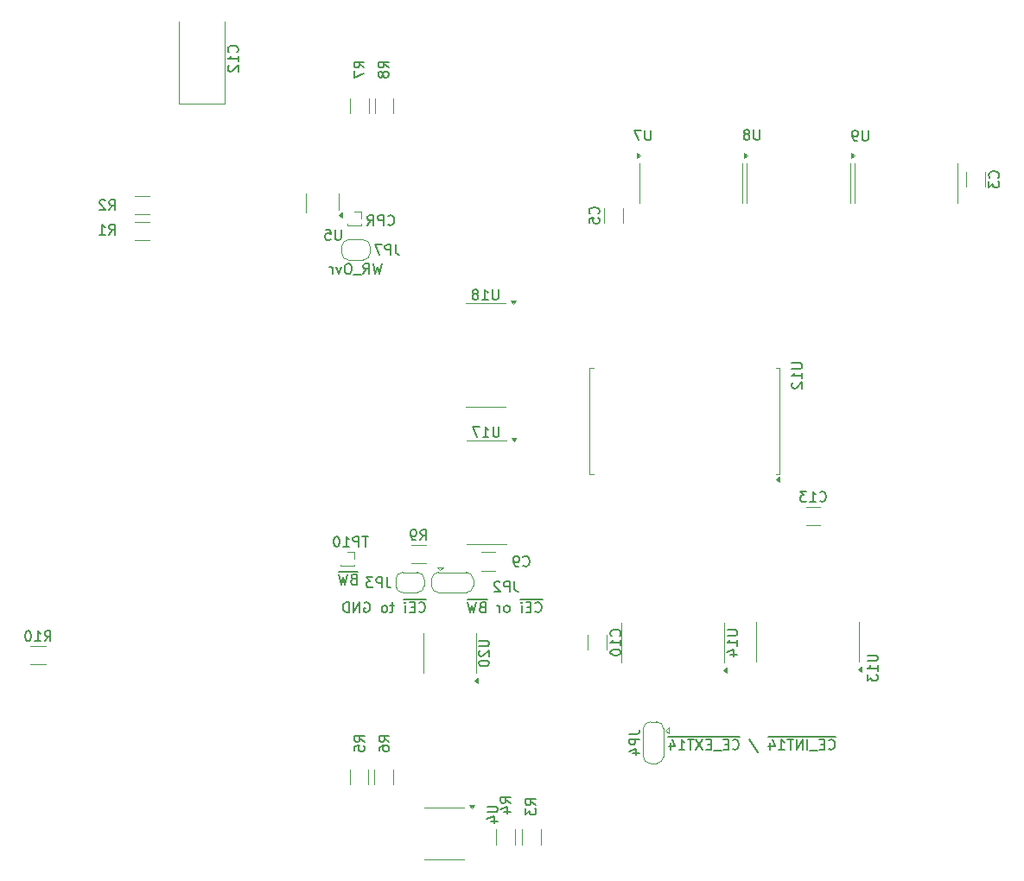
<source format=gbr>
%TF.GenerationSoftware,KiCad,Pcbnew,8.0.5-8.0.5-0~ubuntu22.04.1*%
%TF.CreationDate,2024-10-23T07:47:20+02:00*%
%TF.ProjectId,RamRomBoard,52616d52-6f6d-4426-9f61-72642e6b6963,rev?*%
%TF.SameCoordinates,Original*%
%TF.FileFunction,Legend,Bot*%
%TF.FilePolarity,Positive*%
%FSLAX46Y46*%
G04 Gerber Fmt 4.6, Leading zero omitted, Abs format (unit mm)*
G04 Created by KiCad (PCBNEW 8.0.5-8.0.5-0~ubuntu22.04.1) date 2024-10-23 07:47:20*
%MOMM*%
%LPD*%
G01*
G04 APERTURE LIST*
%ADD10C,0.150000*%
%ADD11C,0.120000*%
G04 APERTURE END LIST*
D10*
X98489819Y-113386905D02*
X99299342Y-113386905D01*
X99299342Y-113386905D02*
X99394580Y-113434524D01*
X99394580Y-113434524D02*
X99442200Y-113482143D01*
X99442200Y-113482143D02*
X99489819Y-113577381D01*
X99489819Y-113577381D02*
X99489819Y-113767857D01*
X99489819Y-113767857D02*
X99442200Y-113863095D01*
X99442200Y-113863095D02*
X99394580Y-113910714D01*
X99394580Y-113910714D02*
X99299342Y-113958333D01*
X99299342Y-113958333D02*
X98489819Y-113958333D01*
X98585057Y-114386905D02*
X98537438Y-114434524D01*
X98537438Y-114434524D02*
X98489819Y-114529762D01*
X98489819Y-114529762D02*
X98489819Y-114767857D01*
X98489819Y-114767857D02*
X98537438Y-114863095D01*
X98537438Y-114863095D02*
X98585057Y-114910714D01*
X98585057Y-114910714D02*
X98680295Y-114958333D01*
X98680295Y-114958333D02*
X98775533Y-114958333D01*
X98775533Y-114958333D02*
X98918390Y-114910714D01*
X98918390Y-114910714D02*
X99489819Y-114339286D01*
X99489819Y-114339286D02*
X99489819Y-114958333D01*
X98489819Y-115577381D02*
X98489819Y-115672619D01*
X98489819Y-115672619D02*
X98537438Y-115767857D01*
X98537438Y-115767857D02*
X98585057Y-115815476D01*
X98585057Y-115815476D02*
X98680295Y-115863095D01*
X98680295Y-115863095D02*
X98870771Y-115910714D01*
X98870771Y-115910714D02*
X99108866Y-115910714D01*
X99108866Y-115910714D02*
X99299342Y-115863095D01*
X99299342Y-115863095D02*
X99394580Y-115815476D01*
X99394580Y-115815476D02*
X99442200Y-115767857D01*
X99442200Y-115767857D02*
X99489819Y-115672619D01*
X99489819Y-115672619D02*
X99489819Y-115577381D01*
X99489819Y-115577381D02*
X99442200Y-115482143D01*
X99442200Y-115482143D02*
X99394580Y-115434524D01*
X99394580Y-115434524D02*
X99299342Y-115386905D01*
X99299342Y-115386905D02*
X99108866Y-115339286D01*
X99108866Y-115339286D02*
X98870771Y-115339286D01*
X98870771Y-115339286D02*
X98680295Y-115386905D01*
X98680295Y-115386905D02*
X98585057Y-115434524D01*
X98585057Y-115434524D02*
X98537438Y-115482143D01*
X98537438Y-115482143D02*
X98489819Y-115577381D01*
X136564319Y-114839905D02*
X137373842Y-114839905D01*
X137373842Y-114839905D02*
X137469080Y-114887524D01*
X137469080Y-114887524D02*
X137516700Y-114935143D01*
X137516700Y-114935143D02*
X137564319Y-115030381D01*
X137564319Y-115030381D02*
X137564319Y-115220857D01*
X137564319Y-115220857D02*
X137516700Y-115316095D01*
X137516700Y-115316095D02*
X137469080Y-115363714D01*
X137469080Y-115363714D02*
X137373842Y-115411333D01*
X137373842Y-115411333D02*
X136564319Y-115411333D01*
X137564319Y-116411333D02*
X137564319Y-115839905D01*
X137564319Y-116125619D02*
X136564319Y-116125619D01*
X136564319Y-116125619D02*
X136707176Y-116030381D01*
X136707176Y-116030381D02*
X136802414Y-115935143D01*
X136802414Y-115935143D02*
X136850033Y-115839905D01*
X136564319Y-116744667D02*
X136564319Y-117363714D01*
X136564319Y-117363714D02*
X136945271Y-117030381D01*
X136945271Y-117030381D02*
X136945271Y-117173238D01*
X136945271Y-117173238D02*
X136992890Y-117268476D01*
X136992890Y-117268476D02*
X137040509Y-117316095D01*
X137040509Y-117316095D02*
X137135747Y-117363714D01*
X137135747Y-117363714D02*
X137373842Y-117363714D01*
X137373842Y-117363714D02*
X137469080Y-117316095D01*
X137469080Y-117316095D02*
X137516700Y-117268476D01*
X137516700Y-117268476D02*
X137564319Y-117173238D01*
X137564319Y-117173238D02*
X137564319Y-116887524D01*
X137564319Y-116887524D02*
X137516700Y-116792286D01*
X137516700Y-116792286D02*
X137469080Y-116744667D01*
X99322019Y-129647490D02*
X100131542Y-129647490D01*
X100131542Y-129647490D02*
X100226780Y-129695109D01*
X100226780Y-129695109D02*
X100274400Y-129742728D01*
X100274400Y-129742728D02*
X100322019Y-129837966D01*
X100322019Y-129837966D02*
X100322019Y-130028442D01*
X100322019Y-130028442D02*
X100274400Y-130123680D01*
X100274400Y-130123680D02*
X100226780Y-130171299D01*
X100226780Y-130171299D02*
X100131542Y-130218918D01*
X100131542Y-130218918D02*
X99322019Y-130218918D01*
X99655352Y-131123680D02*
X100322019Y-131123680D01*
X99274400Y-130885585D02*
X99988685Y-130647490D01*
X99988685Y-130647490D02*
X99988685Y-131266537D01*
X149369580Y-68012328D02*
X149417200Y-67964709D01*
X149417200Y-67964709D02*
X149464819Y-67821852D01*
X149464819Y-67821852D02*
X149464819Y-67726614D01*
X149464819Y-67726614D02*
X149417200Y-67583757D01*
X149417200Y-67583757D02*
X149321961Y-67488519D01*
X149321961Y-67488519D02*
X149226723Y-67440900D01*
X149226723Y-67440900D02*
X149036247Y-67393281D01*
X149036247Y-67393281D02*
X148893390Y-67393281D01*
X148893390Y-67393281D02*
X148702914Y-67440900D01*
X148702914Y-67440900D02*
X148607676Y-67488519D01*
X148607676Y-67488519D02*
X148512438Y-67583757D01*
X148512438Y-67583757D02*
X148464819Y-67726614D01*
X148464819Y-67726614D02*
X148464819Y-67821852D01*
X148464819Y-67821852D02*
X148512438Y-67964709D01*
X148512438Y-67964709D02*
X148560057Y-68012328D01*
X148464819Y-68345662D02*
X148464819Y-68964709D01*
X148464819Y-68964709D02*
X148845771Y-68631376D01*
X148845771Y-68631376D02*
X148845771Y-68774233D01*
X148845771Y-68774233D02*
X148893390Y-68869471D01*
X148893390Y-68869471D02*
X148941009Y-68917090D01*
X148941009Y-68917090D02*
X149036247Y-68964709D01*
X149036247Y-68964709D02*
X149274342Y-68964709D01*
X149274342Y-68964709D02*
X149369580Y-68917090D01*
X149369580Y-68917090D02*
X149417200Y-68869471D01*
X149417200Y-68869471D02*
X149464819Y-68774233D01*
X149464819Y-68774233D02*
X149464819Y-68488519D01*
X149464819Y-68488519D02*
X149417200Y-68393281D01*
X149417200Y-68393281D02*
X149369580Y-68345662D01*
X110209580Y-71558333D02*
X110257200Y-71510714D01*
X110257200Y-71510714D02*
X110304819Y-71367857D01*
X110304819Y-71367857D02*
X110304819Y-71272619D01*
X110304819Y-71272619D02*
X110257200Y-71129762D01*
X110257200Y-71129762D02*
X110161961Y-71034524D01*
X110161961Y-71034524D02*
X110066723Y-70986905D01*
X110066723Y-70986905D02*
X109876247Y-70939286D01*
X109876247Y-70939286D02*
X109733390Y-70939286D01*
X109733390Y-70939286D02*
X109542914Y-70986905D01*
X109542914Y-70986905D02*
X109447676Y-71034524D01*
X109447676Y-71034524D02*
X109352438Y-71129762D01*
X109352438Y-71129762D02*
X109304819Y-71272619D01*
X109304819Y-71272619D02*
X109304819Y-71367857D01*
X109304819Y-71367857D02*
X109352438Y-71510714D01*
X109352438Y-71510714D02*
X109400057Y-71558333D01*
X109304819Y-72463095D02*
X109304819Y-71986905D01*
X109304819Y-71986905D02*
X109781009Y-71939286D01*
X109781009Y-71939286D02*
X109733390Y-71986905D01*
X109733390Y-71986905D02*
X109685771Y-72082143D01*
X109685771Y-72082143D02*
X109685771Y-72320238D01*
X109685771Y-72320238D02*
X109733390Y-72415476D01*
X109733390Y-72415476D02*
X109781009Y-72463095D01*
X109781009Y-72463095D02*
X109876247Y-72510714D01*
X109876247Y-72510714D02*
X110114342Y-72510714D01*
X110114342Y-72510714D02*
X110209580Y-72463095D01*
X110209580Y-72463095D02*
X110257200Y-72415476D01*
X110257200Y-72415476D02*
X110304819Y-72320238D01*
X110304819Y-72320238D02*
X110304819Y-72082143D01*
X110304819Y-72082143D02*
X110257200Y-71986905D01*
X110257200Y-71986905D02*
X110209580Y-71939286D01*
X104080819Y-129522328D02*
X103604628Y-129188995D01*
X104080819Y-128950900D02*
X103080819Y-128950900D01*
X103080819Y-128950900D02*
X103080819Y-129331852D01*
X103080819Y-129331852D02*
X103128438Y-129427090D01*
X103128438Y-129427090D02*
X103176057Y-129474709D01*
X103176057Y-129474709D02*
X103271295Y-129522328D01*
X103271295Y-129522328D02*
X103414152Y-129522328D01*
X103414152Y-129522328D02*
X103509390Y-129474709D01*
X103509390Y-129474709D02*
X103557009Y-129427090D01*
X103557009Y-129427090D02*
X103604628Y-129331852D01*
X103604628Y-129331852D02*
X103604628Y-128950900D01*
X103080819Y-129855662D02*
X103080819Y-130474709D01*
X103080819Y-130474709D02*
X103461771Y-130141376D01*
X103461771Y-130141376D02*
X103461771Y-130284233D01*
X103461771Y-130284233D02*
X103509390Y-130379471D01*
X103509390Y-130379471D02*
X103557009Y-130427090D01*
X103557009Y-130427090D02*
X103652247Y-130474709D01*
X103652247Y-130474709D02*
X103890342Y-130474709D01*
X103890342Y-130474709D02*
X103985580Y-130427090D01*
X103985580Y-130427090D02*
X104033200Y-130379471D01*
X104033200Y-130379471D02*
X104080819Y-130284233D01*
X104080819Y-130284233D02*
X104080819Y-129998519D01*
X104080819Y-129998519D02*
X104033200Y-129903281D01*
X104033200Y-129903281D02*
X103985580Y-129855662D01*
X122829819Y-112348400D02*
X123639342Y-112348400D01*
X123639342Y-112348400D02*
X123734580Y-112396019D01*
X123734580Y-112396019D02*
X123782200Y-112443638D01*
X123782200Y-112443638D02*
X123829819Y-112538876D01*
X123829819Y-112538876D02*
X123829819Y-112729352D01*
X123829819Y-112729352D02*
X123782200Y-112824590D01*
X123782200Y-112824590D02*
X123734580Y-112872209D01*
X123734580Y-112872209D02*
X123639342Y-112919828D01*
X123639342Y-112919828D02*
X122829819Y-112919828D01*
X123829819Y-113919828D02*
X123829819Y-113348400D01*
X123829819Y-113634114D02*
X122829819Y-113634114D01*
X122829819Y-113634114D02*
X122972676Y-113538876D01*
X122972676Y-113538876D02*
X123067914Y-113443638D01*
X123067914Y-113443638D02*
X123115533Y-113348400D01*
X123163152Y-114776971D02*
X123829819Y-114776971D01*
X122782200Y-114538876D02*
X123496485Y-114300781D01*
X123496485Y-114300781D02*
X123496485Y-114919828D01*
X100456094Y-92442814D02*
X100456094Y-93252337D01*
X100456094Y-93252337D02*
X100408475Y-93347575D01*
X100408475Y-93347575D02*
X100360856Y-93395195D01*
X100360856Y-93395195D02*
X100265618Y-93442814D01*
X100265618Y-93442814D02*
X100075142Y-93442814D01*
X100075142Y-93442814D02*
X99979904Y-93395195D01*
X99979904Y-93395195D02*
X99932285Y-93347575D01*
X99932285Y-93347575D02*
X99884666Y-93252337D01*
X99884666Y-93252337D02*
X99884666Y-92442814D01*
X98884666Y-93442814D02*
X99456094Y-93442814D01*
X99170380Y-93442814D02*
X99170380Y-92442814D01*
X99170380Y-92442814D02*
X99265618Y-92585671D01*
X99265618Y-92585671D02*
X99360856Y-92680909D01*
X99360856Y-92680909D02*
X99456094Y-92728528D01*
X98551332Y-92442814D02*
X97884666Y-92442814D01*
X97884666Y-92442814D02*
X98313237Y-93442814D01*
X89590476Y-72597180D02*
X89638095Y-72644800D01*
X89638095Y-72644800D02*
X89780952Y-72692419D01*
X89780952Y-72692419D02*
X89876190Y-72692419D01*
X89876190Y-72692419D02*
X90019047Y-72644800D01*
X90019047Y-72644800D02*
X90114285Y-72549561D01*
X90114285Y-72549561D02*
X90161904Y-72454323D01*
X90161904Y-72454323D02*
X90209523Y-72263847D01*
X90209523Y-72263847D02*
X90209523Y-72120990D01*
X90209523Y-72120990D02*
X90161904Y-71930514D01*
X90161904Y-71930514D02*
X90114285Y-71835276D01*
X90114285Y-71835276D02*
X90019047Y-71740038D01*
X90019047Y-71740038D02*
X89876190Y-71692419D01*
X89876190Y-71692419D02*
X89780952Y-71692419D01*
X89780952Y-71692419D02*
X89638095Y-71740038D01*
X89638095Y-71740038D02*
X89590476Y-71787657D01*
X89161904Y-72692419D02*
X89161904Y-71692419D01*
X89161904Y-71692419D02*
X88780952Y-71692419D01*
X88780952Y-71692419D02*
X88685714Y-71740038D01*
X88685714Y-71740038D02*
X88638095Y-71787657D01*
X88638095Y-71787657D02*
X88590476Y-71882895D01*
X88590476Y-71882895D02*
X88590476Y-72025752D01*
X88590476Y-72025752D02*
X88638095Y-72120990D01*
X88638095Y-72120990D02*
X88685714Y-72168609D01*
X88685714Y-72168609D02*
X88780952Y-72216228D01*
X88780952Y-72216228D02*
X89161904Y-72216228D01*
X87590476Y-72692419D02*
X87923809Y-72216228D01*
X88161904Y-72692419D02*
X88161904Y-71692419D01*
X88161904Y-71692419D02*
X87780952Y-71692419D01*
X87780952Y-71692419D02*
X87685714Y-71740038D01*
X87685714Y-71740038D02*
X87638095Y-71787657D01*
X87638095Y-71787657D02*
X87590476Y-71882895D01*
X87590476Y-71882895D02*
X87590476Y-72025752D01*
X87590476Y-72025752D02*
X87638095Y-72120990D01*
X87638095Y-72120990D02*
X87685714Y-72168609D01*
X87685714Y-72168609D02*
X87780952Y-72216228D01*
X87780952Y-72216228D02*
X88161904Y-72216228D01*
X89479333Y-107201619D02*
X89479333Y-107915904D01*
X89479333Y-107915904D02*
X89526952Y-108058761D01*
X89526952Y-108058761D02*
X89622190Y-108154000D01*
X89622190Y-108154000D02*
X89765047Y-108201619D01*
X89765047Y-108201619D02*
X89860285Y-108201619D01*
X89003142Y-108201619D02*
X89003142Y-107201619D01*
X89003142Y-107201619D02*
X88622190Y-107201619D01*
X88622190Y-107201619D02*
X88526952Y-107249238D01*
X88526952Y-107249238D02*
X88479333Y-107296857D01*
X88479333Y-107296857D02*
X88431714Y-107392095D01*
X88431714Y-107392095D02*
X88431714Y-107534952D01*
X88431714Y-107534952D02*
X88479333Y-107630190D01*
X88479333Y-107630190D02*
X88526952Y-107677809D01*
X88526952Y-107677809D02*
X88622190Y-107725428D01*
X88622190Y-107725428D02*
X89003142Y-107725428D01*
X88098380Y-107201619D02*
X87479333Y-107201619D01*
X87479333Y-107201619D02*
X87812666Y-107582571D01*
X87812666Y-107582571D02*
X87669809Y-107582571D01*
X87669809Y-107582571D02*
X87574571Y-107630190D01*
X87574571Y-107630190D02*
X87526952Y-107677809D01*
X87526952Y-107677809D02*
X87479333Y-107773047D01*
X87479333Y-107773047D02*
X87479333Y-108011142D01*
X87479333Y-108011142D02*
X87526952Y-108106380D01*
X87526952Y-108106380D02*
X87574571Y-108154000D01*
X87574571Y-108154000D02*
X87669809Y-108201619D01*
X87669809Y-108201619D02*
X87955523Y-108201619D01*
X87955523Y-108201619D02*
X88050761Y-108154000D01*
X88050761Y-108154000D02*
X88098380Y-108106380D01*
X92609562Y-110544780D02*
X92657181Y-110592400D01*
X92657181Y-110592400D02*
X92800038Y-110640019D01*
X92800038Y-110640019D02*
X92895276Y-110640019D01*
X92895276Y-110640019D02*
X93038133Y-110592400D01*
X93038133Y-110592400D02*
X93133371Y-110497161D01*
X93133371Y-110497161D02*
X93180990Y-110401923D01*
X93180990Y-110401923D02*
X93228609Y-110211447D01*
X93228609Y-110211447D02*
X93228609Y-110068590D01*
X93228609Y-110068590D02*
X93180990Y-109878114D01*
X93180990Y-109878114D02*
X93133371Y-109782876D01*
X93133371Y-109782876D02*
X93038133Y-109687638D01*
X93038133Y-109687638D02*
X92895276Y-109640019D01*
X92895276Y-109640019D02*
X92800038Y-109640019D01*
X92800038Y-109640019D02*
X92657181Y-109687638D01*
X92657181Y-109687638D02*
X92609562Y-109735257D01*
X92180990Y-110116209D02*
X91847657Y-110116209D01*
X91704800Y-110640019D02*
X92180990Y-110640019D01*
X92180990Y-110640019D02*
X92180990Y-109640019D01*
X92180990Y-109640019D02*
X91704800Y-109640019D01*
X91276228Y-110640019D02*
X91276228Y-109973352D01*
X91276228Y-109640019D02*
X91323847Y-109687638D01*
X91323847Y-109687638D02*
X91276228Y-109735257D01*
X91276228Y-109735257D02*
X91228609Y-109687638D01*
X91228609Y-109687638D02*
X91276228Y-109640019D01*
X91276228Y-109640019D02*
X91276228Y-109735257D01*
X93319086Y-109362400D02*
X91138134Y-109362400D01*
X90180990Y-109973352D02*
X89800038Y-109973352D01*
X90038133Y-109640019D02*
X90038133Y-110497161D01*
X90038133Y-110497161D02*
X89990514Y-110592400D01*
X89990514Y-110592400D02*
X89895276Y-110640019D01*
X89895276Y-110640019D02*
X89800038Y-110640019D01*
X89323847Y-110640019D02*
X89419085Y-110592400D01*
X89419085Y-110592400D02*
X89466704Y-110544780D01*
X89466704Y-110544780D02*
X89514323Y-110449542D01*
X89514323Y-110449542D02*
X89514323Y-110163828D01*
X89514323Y-110163828D02*
X89466704Y-110068590D01*
X89466704Y-110068590D02*
X89419085Y-110020971D01*
X89419085Y-110020971D02*
X89323847Y-109973352D01*
X89323847Y-109973352D02*
X89180990Y-109973352D01*
X89180990Y-109973352D02*
X89085752Y-110020971D01*
X89085752Y-110020971D02*
X89038133Y-110068590D01*
X89038133Y-110068590D02*
X88990514Y-110163828D01*
X88990514Y-110163828D02*
X88990514Y-110449542D01*
X88990514Y-110449542D02*
X89038133Y-110544780D01*
X89038133Y-110544780D02*
X89085752Y-110592400D01*
X89085752Y-110592400D02*
X89180990Y-110640019D01*
X89180990Y-110640019D02*
X89323847Y-110640019D01*
X87276228Y-109687638D02*
X87371466Y-109640019D01*
X87371466Y-109640019D02*
X87514323Y-109640019D01*
X87514323Y-109640019D02*
X87657180Y-109687638D01*
X87657180Y-109687638D02*
X87752418Y-109782876D01*
X87752418Y-109782876D02*
X87800037Y-109878114D01*
X87800037Y-109878114D02*
X87847656Y-110068590D01*
X87847656Y-110068590D02*
X87847656Y-110211447D01*
X87847656Y-110211447D02*
X87800037Y-110401923D01*
X87800037Y-110401923D02*
X87752418Y-110497161D01*
X87752418Y-110497161D02*
X87657180Y-110592400D01*
X87657180Y-110592400D02*
X87514323Y-110640019D01*
X87514323Y-110640019D02*
X87419085Y-110640019D01*
X87419085Y-110640019D02*
X87276228Y-110592400D01*
X87276228Y-110592400D02*
X87228609Y-110544780D01*
X87228609Y-110544780D02*
X87228609Y-110211447D01*
X87228609Y-110211447D02*
X87419085Y-110211447D01*
X86800037Y-110640019D02*
X86800037Y-109640019D01*
X86800037Y-109640019D02*
X86228609Y-110640019D01*
X86228609Y-110640019D02*
X86228609Y-109640019D01*
X85752418Y-110640019D02*
X85752418Y-109640019D01*
X85752418Y-109640019D02*
X85514323Y-109640019D01*
X85514323Y-109640019D02*
X85371466Y-109687638D01*
X85371466Y-109687638D02*
X85276228Y-109782876D01*
X85276228Y-109782876D02*
X85228609Y-109878114D01*
X85228609Y-109878114D02*
X85180990Y-110068590D01*
X85180990Y-110068590D02*
X85180990Y-110211447D01*
X85180990Y-110211447D02*
X85228609Y-110401923D01*
X85228609Y-110401923D02*
X85276228Y-110497161D01*
X85276228Y-110497161D02*
X85371466Y-110592400D01*
X85371466Y-110592400D02*
X85514323Y-110640019D01*
X85514323Y-110640019D02*
X85752418Y-110640019D01*
X84988304Y-73114819D02*
X84988304Y-73924342D01*
X84988304Y-73924342D02*
X84940685Y-74019580D01*
X84940685Y-74019580D02*
X84893066Y-74067200D01*
X84893066Y-74067200D02*
X84797828Y-74114819D01*
X84797828Y-74114819D02*
X84607352Y-74114819D01*
X84607352Y-74114819D02*
X84512114Y-74067200D01*
X84512114Y-74067200D02*
X84464495Y-74019580D01*
X84464495Y-74019580D02*
X84416876Y-73924342D01*
X84416876Y-73924342D02*
X84416876Y-73114819D01*
X83464495Y-73114819D02*
X83940685Y-73114819D01*
X83940685Y-73114819D02*
X83988304Y-73591009D01*
X83988304Y-73591009D02*
X83940685Y-73543390D01*
X83940685Y-73543390D02*
X83845447Y-73495771D01*
X83845447Y-73495771D02*
X83607352Y-73495771D01*
X83607352Y-73495771D02*
X83512114Y-73543390D01*
X83512114Y-73543390D02*
X83464495Y-73591009D01*
X83464495Y-73591009D02*
X83416876Y-73686247D01*
X83416876Y-73686247D02*
X83416876Y-73924342D01*
X83416876Y-73924342D02*
X83464495Y-74019580D01*
X83464495Y-74019580D02*
X83512114Y-74067200D01*
X83512114Y-74067200D02*
X83607352Y-74114819D01*
X83607352Y-74114819D02*
X83845447Y-74114819D01*
X83845447Y-74114819D02*
X83940685Y-74067200D01*
X83940685Y-74067200D02*
X83988304Y-74019580D01*
X102833466Y-106023580D02*
X102881085Y-106071200D01*
X102881085Y-106071200D02*
X103023942Y-106118819D01*
X103023942Y-106118819D02*
X103119180Y-106118819D01*
X103119180Y-106118819D02*
X103262037Y-106071200D01*
X103262037Y-106071200D02*
X103357275Y-105975961D01*
X103357275Y-105975961D02*
X103404894Y-105880723D01*
X103404894Y-105880723D02*
X103452513Y-105690247D01*
X103452513Y-105690247D02*
X103452513Y-105547390D01*
X103452513Y-105547390D02*
X103404894Y-105356914D01*
X103404894Y-105356914D02*
X103357275Y-105261676D01*
X103357275Y-105261676D02*
X103262037Y-105166438D01*
X103262037Y-105166438D02*
X103119180Y-105118819D01*
X103119180Y-105118819D02*
X103023942Y-105118819D01*
X103023942Y-105118819D02*
X102881085Y-105166438D01*
X102881085Y-105166438D02*
X102833466Y-105214057D01*
X102357275Y-106118819D02*
X102166799Y-106118819D01*
X102166799Y-106118819D02*
X102071561Y-106071200D01*
X102071561Y-106071200D02*
X102023942Y-106023580D01*
X102023942Y-106023580D02*
X101928704Y-105880723D01*
X101928704Y-105880723D02*
X101881085Y-105690247D01*
X101881085Y-105690247D02*
X101881085Y-105309295D01*
X101881085Y-105309295D02*
X101928704Y-105214057D01*
X101928704Y-105214057D02*
X101976323Y-105166438D01*
X101976323Y-105166438D02*
X102071561Y-105118819D01*
X102071561Y-105118819D02*
X102262037Y-105118819D01*
X102262037Y-105118819D02*
X102357275Y-105166438D01*
X102357275Y-105166438D02*
X102404894Y-105214057D01*
X102404894Y-105214057D02*
X102452513Y-105309295D01*
X102452513Y-105309295D02*
X102452513Y-105547390D01*
X102452513Y-105547390D02*
X102404894Y-105642628D01*
X102404894Y-105642628D02*
X102357275Y-105690247D01*
X102357275Y-105690247D02*
X102262037Y-105737866D01*
X102262037Y-105737866D02*
X102071561Y-105737866D01*
X102071561Y-105737866D02*
X101976323Y-105690247D01*
X101976323Y-105690247D02*
X101928704Y-105642628D01*
X101928704Y-105642628D02*
X101881085Y-105547390D01*
X115346029Y-63352338D02*
X115346029Y-64161861D01*
X115346029Y-64161861D02*
X115298410Y-64257099D01*
X115298410Y-64257099D02*
X115250791Y-64304719D01*
X115250791Y-64304719D02*
X115155553Y-64352338D01*
X115155553Y-64352338D02*
X114965077Y-64352338D01*
X114965077Y-64352338D02*
X114869839Y-64304719D01*
X114869839Y-64304719D02*
X114822220Y-64257099D01*
X114822220Y-64257099D02*
X114774601Y-64161861D01*
X114774601Y-64161861D02*
X114774601Y-63352338D01*
X114393648Y-63352338D02*
X113726982Y-63352338D01*
X113726982Y-63352338D02*
X114155553Y-64352338D01*
X113254819Y-122566666D02*
X113969104Y-122566666D01*
X113969104Y-122566666D02*
X114111961Y-122519047D01*
X114111961Y-122519047D02*
X114207200Y-122423809D01*
X114207200Y-122423809D02*
X114254819Y-122280952D01*
X114254819Y-122280952D02*
X114254819Y-122185714D01*
X114254819Y-123042857D02*
X113254819Y-123042857D01*
X113254819Y-123042857D02*
X113254819Y-123423809D01*
X113254819Y-123423809D02*
X113302438Y-123519047D01*
X113302438Y-123519047D02*
X113350057Y-123566666D01*
X113350057Y-123566666D02*
X113445295Y-123614285D01*
X113445295Y-123614285D02*
X113588152Y-123614285D01*
X113588152Y-123614285D02*
X113683390Y-123566666D01*
X113683390Y-123566666D02*
X113731009Y-123519047D01*
X113731009Y-123519047D02*
X113778628Y-123423809D01*
X113778628Y-123423809D02*
X113778628Y-123042857D01*
X113588152Y-124471428D02*
X114254819Y-124471428D01*
X113207200Y-124233333D02*
X113921485Y-123995238D01*
X113921485Y-123995238D02*
X113921485Y-124614285D01*
X132772800Y-124006780D02*
X132820419Y-124054400D01*
X132820419Y-124054400D02*
X132963276Y-124102019D01*
X132963276Y-124102019D02*
X133058514Y-124102019D01*
X133058514Y-124102019D02*
X133201371Y-124054400D01*
X133201371Y-124054400D02*
X133296609Y-123959161D01*
X133296609Y-123959161D02*
X133344228Y-123863923D01*
X133344228Y-123863923D02*
X133391847Y-123673447D01*
X133391847Y-123673447D02*
X133391847Y-123530590D01*
X133391847Y-123530590D02*
X133344228Y-123340114D01*
X133344228Y-123340114D02*
X133296609Y-123244876D01*
X133296609Y-123244876D02*
X133201371Y-123149638D01*
X133201371Y-123149638D02*
X133058514Y-123102019D01*
X133058514Y-123102019D02*
X132963276Y-123102019D01*
X132963276Y-123102019D02*
X132820419Y-123149638D01*
X132820419Y-123149638D02*
X132772800Y-123197257D01*
X132344228Y-123578209D02*
X132010895Y-123578209D01*
X131868038Y-124102019D02*
X132344228Y-124102019D01*
X132344228Y-124102019D02*
X132344228Y-123102019D01*
X132344228Y-123102019D02*
X131868038Y-123102019D01*
X131677562Y-124197257D02*
X130915657Y-124197257D01*
X130677561Y-124102019D02*
X130677561Y-123102019D01*
X130201371Y-124102019D02*
X130201371Y-123102019D01*
X130201371Y-123102019D02*
X129629943Y-124102019D01*
X129629943Y-124102019D02*
X129629943Y-123102019D01*
X129296609Y-123102019D02*
X128725181Y-123102019D01*
X129010895Y-124102019D02*
X129010895Y-123102019D01*
X127868038Y-124102019D02*
X128439466Y-124102019D01*
X128153752Y-124102019D02*
X128153752Y-123102019D01*
X128153752Y-123102019D02*
X128248990Y-123244876D01*
X128248990Y-123244876D02*
X128344228Y-123340114D01*
X128344228Y-123340114D02*
X128439466Y-123387733D01*
X127010895Y-123435352D02*
X127010895Y-124102019D01*
X127248990Y-123054400D02*
X127487085Y-123768685D01*
X127487085Y-123768685D02*
X126868038Y-123768685D01*
X133482324Y-122824400D02*
X126825181Y-122824400D01*
X125010895Y-123054400D02*
X125868037Y-124340114D01*
X123344228Y-124006780D02*
X123391847Y-124054400D01*
X123391847Y-124054400D02*
X123534704Y-124102019D01*
X123534704Y-124102019D02*
X123629942Y-124102019D01*
X123629942Y-124102019D02*
X123772799Y-124054400D01*
X123772799Y-124054400D02*
X123868037Y-123959161D01*
X123868037Y-123959161D02*
X123915656Y-123863923D01*
X123915656Y-123863923D02*
X123963275Y-123673447D01*
X123963275Y-123673447D02*
X123963275Y-123530590D01*
X123963275Y-123530590D02*
X123915656Y-123340114D01*
X123915656Y-123340114D02*
X123868037Y-123244876D01*
X123868037Y-123244876D02*
X123772799Y-123149638D01*
X123772799Y-123149638D02*
X123629942Y-123102019D01*
X123629942Y-123102019D02*
X123534704Y-123102019D01*
X123534704Y-123102019D02*
X123391847Y-123149638D01*
X123391847Y-123149638D02*
X123344228Y-123197257D01*
X122915656Y-123578209D02*
X122582323Y-123578209D01*
X122439466Y-124102019D02*
X122915656Y-124102019D01*
X122915656Y-124102019D02*
X122915656Y-123102019D01*
X122915656Y-123102019D02*
X122439466Y-123102019D01*
X122248990Y-124197257D02*
X121487085Y-124197257D01*
X121248989Y-123578209D02*
X120915656Y-123578209D01*
X120772799Y-124102019D02*
X121248989Y-124102019D01*
X121248989Y-124102019D02*
X121248989Y-123102019D01*
X121248989Y-123102019D02*
X120772799Y-123102019D01*
X120439465Y-123102019D02*
X119772799Y-124102019D01*
X119772799Y-123102019D02*
X120439465Y-124102019D01*
X119534703Y-123102019D02*
X118963275Y-123102019D01*
X119248989Y-124102019D02*
X119248989Y-123102019D01*
X118106132Y-124102019D02*
X118677560Y-124102019D01*
X118391846Y-124102019D02*
X118391846Y-123102019D01*
X118391846Y-123102019D02*
X118487084Y-123244876D01*
X118487084Y-123244876D02*
X118582322Y-123340114D01*
X118582322Y-123340114D02*
X118677560Y-123387733D01*
X117248989Y-123435352D02*
X117248989Y-124102019D01*
X117487084Y-123054400D02*
X117725179Y-123768685D01*
X117725179Y-123768685D02*
X117106132Y-123768685D01*
X124053752Y-122824400D02*
X117063275Y-122824400D01*
X62269666Y-73606819D02*
X62602999Y-73130628D01*
X62841094Y-73606819D02*
X62841094Y-72606819D01*
X62841094Y-72606819D02*
X62460142Y-72606819D01*
X62460142Y-72606819D02*
X62364904Y-72654438D01*
X62364904Y-72654438D02*
X62317285Y-72702057D01*
X62317285Y-72702057D02*
X62269666Y-72797295D01*
X62269666Y-72797295D02*
X62269666Y-72940152D01*
X62269666Y-72940152D02*
X62317285Y-73035390D01*
X62317285Y-73035390D02*
X62364904Y-73083009D01*
X62364904Y-73083009D02*
X62460142Y-73130628D01*
X62460142Y-73130628D02*
X62841094Y-73130628D01*
X61317285Y-73606819D02*
X61888713Y-73606819D01*
X61602999Y-73606819D02*
X61602999Y-72606819D01*
X61602999Y-72606819D02*
X61698237Y-72749676D01*
X61698237Y-72749676D02*
X61793475Y-72844914D01*
X61793475Y-72844914D02*
X61888713Y-72892533D01*
X87254819Y-57233333D02*
X86778628Y-56900000D01*
X87254819Y-56661905D02*
X86254819Y-56661905D01*
X86254819Y-56661905D02*
X86254819Y-57042857D01*
X86254819Y-57042857D02*
X86302438Y-57138095D01*
X86302438Y-57138095D02*
X86350057Y-57185714D01*
X86350057Y-57185714D02*
X86445295Y-57233333D01*
X86445295Y-57233333D02*
X86588152Y-57233333D01*
X86588152Y-57233333D02*
X86683390Y-57185714D01*
X86683390Y-57185714D02*
X86731009Y-57138095D01*
X86731009Y-57138095D02*
X86778628Y-57042857D01*
X86778628Y-57042857D02*
X86778628Y-56661905D01*
X86254819Y-57566667D02*
X86254819Y-58233333D01*
X86254819Y-58233333D02*
X87254819Y-57804762D01*
X129172319Y-86161400D02*
X129981842Y-86161400D01*
X129981842Y-86161400D02*
X130077080Y-86209019D01*
X130077080Y-86209019D02*
X130124700Y-86256638D01*
X130124700Y-86256638D02*
X130172319Y-86351876D01*
X130172319Y-86351876D02*
X130172319Y-86542352D01*
X130172319Y-86542352D02*
X130124700Y-86637590D01*
X130124700Y-86637590D02*
X130077080Y-86685209D01*
X130077080Y-86685209D02*
X129981842Y-86732828D01*
X129981842Y-86732828D02*
X129172319Y-86732828D01*
X130172319Y-87732828D02*
X130172319Y-87161400D01*
X130172319Y-87447114D02*
X129172319Y-87447114D01*
X129172319Y-87447114D02*
X129315176Y-87351876D01*
X129315176Y-87351876D02*
X129410414Y-87256638D01*
X129410414Y-87256638D02*
X129458033Y-87161400D01*
X129267557Y-88113781D02*
X129219938Y-88161400D01*
X129219938Y-88161400D02*
X129172319Y-88256638D01*
X129172319Y-88256638D02*
X129172319Y-88494733D01*
X129172319Y-88494733D02*
X129219938Y-88589971D01*
X129219938Y-88589971D02*
X129267557Y-88637590D01*
X129267557Y-88637590D02*
X129362795Y-88685209D01*
X129362795Y-88685209D02*
X129458033Y-88685209D01*
X129458033Y-88685209D02*
X129600890Y-88637590D01*
X129600890Y-88637590D02*
X130172319Y-88066162D01*
X130172319Y-88066162D02*
X130172319Y-88685209D01*
X131892357Y-99683575D02*
X131939976Y-99731195D01*
X131939976Y-99731195D02*
X132082833Y-99778814D01*
X132082833Y-99778814D02*
X132178071Y-99778814D01*
X132178071Y-99778814D02*
X132320928Y-99731195D01*
X132320928Y-99731195D02*
X132416166Y-99635956D01*
X132416166Y-99635956D02*
X132463785Y-99540718D01*
X132463785Y-99540718D02*
X132511404Y-99350242D01*
X132511404Y-99350242D02*
X132511404Y-99207385D01*
X132511404Y-99207385D02*
X132463785Y-99016909D01*
X132463785Y-99016909D02*
X132416166Y-98921671D01*
X132416166Y-98921671D02*
X132320928Y-98826433D01*
X132320928Y-98826433D02*
X132178071Y-98778814D01*
X132178071Y-98778814D02*
X132082833Y-98778814D01*
X132082833Y-98778814D02*
X131939976Y-98826433D01*
X131939976Y-98826433D02*
X131892357Y-98874052D01*
X130939976Y-99778814D02*
X131511404Y-99778814D01*
X131225690Y-99778814D02*
X131225690Y-98778814D01*
X131225690Y-98778814D02*
X131320928Y-98921671D01*
X131320928Y-98921671D02*
X131416166Y-99016909D01*
X131416166Y-99016909D02*
X131511404Y-99064528D01*
X130606642Y-98778814D02*
X129987595Y-98778814D01*
X129987595Y-98778814D02*
X130320928Y-99159766D01*
X130320928Y-99159766D02*
X130178071Y-99159766D01*
X130178071Y-99159766D02*
X130082833Y-99207385D01*
X130082833Y-99207385D02*
X130035214Y-99255004D01*
X130035214Y-99255004D02*
X129987595Y-99350242D01*
X129987595Y-99350242D02*
X129987595Y-99588337D01*
X129987595Y-99588337D02*
X130035214Y-99683575D01*
X130035214Y-99683575D02*
X130082833Y-99731195D01*
X130082833Y-99731195D02*
X130178071Y-99778814D01*
X130178071Y-99778814D02*
X130463785Y-99778814D01*
X130463785Y-99778814D02*
X130559023Y-99731195D01*
X130559023Y-99731195D02*
X130606642Y-99683575D01*
X90342933Y-74588019D02*
X90342933Y-75302304D01*
X90342933Y-75302304D02*
X90390552Y-75445161D01*
X90390552Y-75445161D02*
X90485790Y-75540400D01*
X90485790Y-75540400D02*
X90628647Y-75588019D01*
X90628647Y-75588019D02*
X90723885Y-75588019D01*
X89866742Y-75588019D02*
X89866742Y-74588019D01*
X89866742Y-74588019D02*
X89485790Y-74588019D01*
X89485790Y-74588019D02*
X89390552Y-74635638D01*
X89390552Y-74635638D02*
X89342933Y-74683257D01*
X89342933Y-74683257D02*
X89295314Y-74778495D01*
X89295314Y-74778495D02*
X89295314Y-74921352D01*
X89295314Y-74921352D02*
X89342933Y-75016590D01*
X89342933Y-75016590D02*
X89390552Y-75064209D01*
X89390552Y-75064209D02*
X89485790Y-75111828D01*
X89485790Y-75111828D02*
X89866742Y-75111828D01*
X88961980Y-74588019D02*
X88295314Y-74588019D01*
X88295314Y-74588019D02*
X88723885Y-75588019D01*
X88973809Y-76454819D02*
X88735714Y-77454819D01*
X88735714Y-77454819D02*
X88545238Y-76740533D01*
X88545238Y-76740533D02*
X88354762Y-77454819D01*
X88354762Y-77454819D02*
X88116667Y-76454819D01*
X87164286Y-77454819D02*
X87497619Y-76978628D01*
X87735714Y-77454819D02*
X87735714Y-76454819D01*
X87735714Y-76454819D02*
X87354762Y-76454819D01*
X87354762Y-76454819D02*
X87259524Y-76502438D01*
X87259524Y-76502438D02*
X87211905Y-76550057D01*
X87211905Y-76550057D02*
X87164286Y-76645295D01*
X87164286Y-76645295D02*
X87164286Y-76788152D01*
X87164286Y-76788152D02*
X87211905Y-76883390D01*
X87211905Y-76883390D02*
X87259524Y-76931009D01*
X87259524Y-76931009D02*
X87354762Y-76978628D01*
X87354762Y-76978628D02*
X87735714Y-76978628D01*
X86973810Y-77550057D02*
X86211905Y-77550057D01*
X85783333Y-76454819D02*
X85592857Y-76454819D01*
X85592857Y-76454819D02*
X85497619Y-76502438D01*
X85497619Y-76502438D02*
X85402381Y-76597676D01*
X85402381Y-76597676D02*
X85354762Y-76788152D01*
X85354762Y-76788152D02*
X85354762Y-77121485D01*
X85354762Y-77121485D02*
X85402381Y-77311961D01*
X85402381Y-77311961D02*
X85497619Y-77407200D01*
X85497619Y-77407200D02*
X85592857Y-77454819D01*
X85592857Y-77454819D02*
X85783333Y-77454819D01*
X85783333Y-77454819D02*
X85878571Y-77407200D01*
X85878571Y-77407200D02*
X85973809Y-77311961D01*
X85973809Y-77311961D02*
X86021428Y-77121485D01*
X86021428Y-77121485D02*
X86021428Y-76788152D01*
X86021428Y-76788152D02*
X85973809Y-76597676D01*
X85973809Y-76597676D02*
X85878571Y-76502438D01*
X85878571Y-76502438D02*
X85783333Y-76454819D01*
X85021428Y-76788152D02*
X84783333Y-77454819D01*
X84783333Y-77454819D02*
X84545238Y-76788152D01*
X84164285Y-77454819D02*
X84164285Y-76788152D01*
X84164285Y-76978628D02*
X84116666Y-76883390D01*
X84116666Y-76883390D02*
X84069047Y-76835771D01*
X84069047Y-76835771D02*
X83973809Y-76788152D01*
X83973809Y-76788152D02*
X83878571Y-76788152D01*
X89721219Y-123316833D02*
X89245028Y-122983500D01*
X89721219Y-122745405D02*
X88721219Y-122745405D01*
X88721219Y-122745405D02*
X88721219Y-123126357D01*
X88721219Y-123126357D02*
X88768838Y-123221595D01*
X88768838Y-123221595D02*
X88816457Y-123269214D01*
X88816457Y-123269214D02*
X88911695Y-123316833D01*
X88911695Y-123316833D02*
X89054552Y-123316833D01*
X89054552Y-123316833D02*
X89149790Y-123269214D01*
X89149790Y-123269214D02*
X89197409Y-123221595D01*
X89197409Y-123221595D02*
X89245028Y-123126357D01*
X89245028Y-123126357D02*
X89245028Y-122745405D01*
X88721219Y-124173976D02*
X88721219Y-123983500D01*
X88721219Y-123983500D02*
X88768838Y-123888262D01*
X88768838Y-123888262D02*
X88816457Y-123840643D01*
X88816457Y-123840643D02*
X88959314Y-123745405D01*
X88959314Y-123745405D02*
X89149790Y-123697786D01*
X89149790Y-123697786D02*
X89530742Y-123697786D01*
X89530742Y-123697786D02*
X89625980Y-123745405D01*
X89625980Y-123745405D02*
X89673600Y-123793024D01*
X89673600Y-123793024D02*
X89721219Y-123888262D01*
X89721219Y-123888262D02*
X89721219Y-124078738D01*
X89721219Y-124078738D02*
X89673600Y-124173976D01*
X89673600Y-124173976D02*
X89625980Y-124221595D01*
X89625980Y-124221595D02*
X89530742Y-124269214D01*
X89530742Y-124269214D02*
X89292647Y-124269214D01*
X89292647Y-124269214D02*
X89197409Y-124221595D01*
X89197409Y-124221595D02*
X89149790Y-124173976D01*
X89149790Y-124173976D02*
X89102171Y-124078738D01*
X89102171Y-124078738D02*
X89102171Y-123888262D01*
X89102171Y-123888262D02*
X89149790Y-123793024D01*
X89149790Y-123793024D02*
X89197409Y-123745405D01*
X89197409Y-123745405D02*
X89292647Y-123697786D01*
X92766666Y-103534819D02*
X93099999Y-103058628D01*
X93338094Y-103534819D02*
X93338094Y-102534819D01*
X93338094Y-102534819D02*
X92957142Y-102534819D01*
X92957142Y-102534819D02*
X92861904Y-102582438D01*
X92861904Y-102582438D02*
X92814285Y-102630057D01*
X92814285Y-102630057D02*
X92766666Y-102725295D01*
X92766666Y-102725295D02*
X92766666Y-102868152D01*
X92766666Y-102868152D02*
X92814285Y-102963390D01*
X92814285Y-102963390D02*
X92861904Y-103011009D01*
X92861904Y-103011009D02*
X92957142Y-103058628D01*
X92957142Y-103058628D02*
X93338094Y-103058628D01*
X92290475Y-103534819D02*
X92099999Y-103534819D01*
X92099999Y-103534819D02*
X92004761Y-103487200D01*
X92004761Y-103487200D02*
X91957142Y-103439580D01*
X91957142Y-103439580D02*
X91861904Y-103296723D01*
X91861904Y-103296723D02*
X91814285Y-103106247D01*
X91814285Y-103106247D02*
X91814285Y-102725295D01*
X91814285Y-102725295D02*
X91861904Y-102630057D01*
X91861904Y-102630057D02*
X91909523Y-102582438D01*
X91909523Y-102582438D02*
X92004761Y-102534819D01*
X92004761Y-102534819D02*
X92195237Y-102534819D01*
X92195237Y-102534819D02*
X92290475Y-102582438D01*
X92290475Y-102582438D02*
X92338094Y-102630057D01*
X92338094Y-102630057D02*
X92385713Y-102725295D01*
X92385713Y-102725295D02*
X92385713Y-102963390D01*
X92385713Y-102963390D02*
X92338094Y-103058628D01*
X92338094Y-103058628D02*
X92290475Y-103106247D01*
X92290475Y-103106247D02*
X92195237Y-103153866D01*
X92195237Y-103153866D02*
X92004761Y-103153866D01*
X92004761Y-103153866D02*
X91909523Y-103106247D01*
X91909523Y-103106247D02*
X91861904Y-103058628D01*
X91861904Y-103058628D02*
X91814285Y-102963390D01*
X74819580Y-55698637D02*
X74867200Y-55651018D01*
X74867200Y-55651018D02*
X74914819Y-55508161D01*
X74914819Y-55508161D02*
X74914819Y-55412923D01*
X74914819Y-55412923D02*
X74867200Y-55270066D01*
X74867200Y-55270066D02*
X74771961Y-55174828D01*
X74771961Y-55174828D02*
X74676723Y-55127209D01*
X74676723Y-55127209D02*
X74486247Y-55079590D01*
X74486247Y-55079590D02*
X74343390Y-55079590D01*
X74343390Y-55079590D02*
X74152914Y-55127209D01*
X74152914Y-55127209D02*
X74057676Y-55174828D01*
X74057676Y-55174828D02*
X73962438Y-55270066D01*
X73962438Y-55270066D02*
X73914819Y-55412923D01*
X73914819Y-55412923D02*
X73914819Y-55508161D01*
X73914819Y-55508161D02*
X73962438Y-55651018D01*
X73962438Y-55651018D02*
X74010057Y-55698637D01*
X74914819Y-56651018D02*
X74914819Y-56079590D01*
X74914819Y-56365304D02*
X73914819Y-56365304D01*
X73914819Y-56365304D02*
X74057676Y-56270066D01*
X74057676Y-56270066D02*
X74152914Y-56174828D01*
X74152914Y-56174828D02*
X74200533Y-56079590D01*
X74010057Y-57031971D02*
X73962438Y-57079590D01*
X73962438Y-57079590D02*
X73914819Y-57174828D01*
X73914819Y-57174828D02*
X73914819Y-57412923D01*
X73914819Y-57412923D02*
X73962438Y-57508161D01*
X73962438Y-57508161D02*
X74010057Y-57555780D01*
X74010057Y-57555780D02*
X74105295Y-57603399D01*
X74105295Y-57603399D02*
X74200533Y-57603399D01*
X74200533Y-57603399D02*
X74343390Y-57555780D01*
X74343390Y-57555780D02*
X74914819Y-56984352D01*
X74914819Y-56984352D02*
X74914819Y-57603399D01*
X126014029Y-63301538D02*
X126014029Y-64111061D01*
X126014029Y-64111061D02*
X125966410Y-64206299D01*
X125966410Y-64206299D02*
X125918791Y-64253919D01*
X125918791Y-64253919D02*
X125823553Y-64301538D01*
X125823553Y-64301538D02*
X125633077Y-64301538D01*
X125633077Y-64301538D02*
X125537839Y-64253919D01*
X125537839Y-64253919D02*
X125490220Y-64206299D01*
X125490220Y-64206299D02*
X125442601Y-64111061D01*
X125442601Y-64111061D02*
X125442601Y-63301538D01*
X124823553Y-63730109D02*
X124918791Y-63682490D01*
X124918791Y-63682490D02*
X124966410Y-63634871D01*
X124966410Y-63634871D02*
X125014029Y-63539633D01*
X125014029Y-63539633D02*
X125014029Y-63492014D01*
X125014029Y-63492014D02*
X124966410Y-63396776D01*
X124966410Y-63396776D02*
X124918791Y-63349157D01*
X124918791Y-63349157D02*
X124823553Y-63301538D01*
X124823553Y-63301538D02*
X124633077Y-63301538D01*
X124633077Y-63301538D02*
X124537839Y-63349157D01*
X124537839Y-63349157D02*
X124490220Y-63396776D01*
X124490220Y-63396776D02*
X124442601Y-63492014D01*
X124442601Y-63492014D02*
X124442601Y-63539633D01*
X124442601Y-63539633D02*
X124490220Y-63634871D01*
X124490220Y-63634871D02*
X124537839Y-63682490D01*
X124537839Y-63682490D02*
X124633077Y-63730109D01*
X124633077Y-63730109D02*
X124823553Y-63730109D01*
X124823553Y-63730109D02*
X124918791Y-63777728D01*
X124918791Y-63777728D02*
X124966410Y-63825347D01*
X124966410Y-63825347D02*
X125014029Y-63920585D01*
X125014029Y-63920585D02*
X125014029Y-64111061D01*
X125014029Y-64111061D02*
X124966410Y-64206299D01*
X124966410Y-64206299D02*
X124918791Y-64253919D01*
X124918791Y-64253919D02*
X124823553Y-64301538D01*
X124823553Y-64301538D02*
X124633077Y-64301538D01*
X124633077Y-64301538D02*
X124537839Y-64253919D01*
X124537839Y-64253919D02*
X124490220Y-64206299D01*
X124490220Y-64206299D02*
X124442601Y-64111061D01*
X124442601Y-64111061D02*
X124442601Y-63920585D01*
X124442601Y-63920585D02*
X124490220Y-63825347D01*
X124490220Y-63825347D02*
X124537839Y-63777728D01*
X124537839Y-63777728D02*
X124633077Y-63730109D01*
X55949357Y-113442819D02*
X56282690Y-112966628D01*
X56520785Y-113442819D02*
X56520785Y-112442819D01*
X56520785Y-112442819D02*
X56139833Y-112442819D01*
X56139833Y-112442819D02*
X56044595Y-112490438D01*
X56044595Y-112490438D02*
X55996976Y-112538057D01*
X55996976Y-112538057D02*
X55949357Y-112633295D01*
X55949357Y-112633295D02*
X55949357Y-112776152D01*
X55949357Y-112776152D02*
X55996976Y-112871390D01*
X55996976Y-112871390D02*
X56044595Y-112919009D01*
X56044595Y-112919009D02*
X56139833Y-112966628D01*
X56139833Y-112966628D02*
X56520785Y-112966628D01*
X54996976Y-113442819D02*
X55568404Y-113442819D01*
X55282690Y-113442819D02*
X55282690Y-112442819D01*
X55282690Y-112442819D02*
X55377928Y-112585676D01*
X55377928Y-112585676D02*
X55473166Y-112680914D01*
X55473166Y-112680914D02*
X55568404Y-112728533D01*
X54377928Y-112442819D02*
X54282690Y-112442819D01*
X54282690Y-112442819D02*
X54187452Y-112490438D01*
X54187452Y-112490438D02*
X54139833Y-112538057D01*
X54139833Y-112538057D02*
X54092214Y-112633295D01*
X54092214Y-112633295D02*
X54044595Y-112823771D01*
X54044595Y-112823771D02*
X54044595Y-113061866D01*
X54044595Y-113061866D02*
X54092214Y-113252342D01*
X54092214Y-113252342D02*
X54139833Y-113347580D01*
X54139833Y-113347580D02*
X54187452Y-113395200D01*
X54187452Y-113395200D02*
X54282690Y-113442819D01*
X54282690Y-113442819D02*
X54377928Y-113442819D01*
X54377928Y-113442819D02*
X54473166Y-113395200D01*
X54473166Y-113395200D02*
X54520785Y-113347580D01*
X54520785Y-113347580D02*
X54568404Y-113252342D01*
X54568404Y-113252342D02*
X54616023Y-113061866D01*
X54616023Y-113061866D02*
X54616023Y-112823771D01*
X54616023Y-112823771D02*
X54568404Y-112633295D01*
X54568404Y-112633295D02*
X54520785Y-112538057D01*
X54520785Y-112538057D02*
X54473166Y-112490438D01*
X54473166Y-112490438D02*
X54377928Y-112442819D01*
X101620819Y-129320333D02*
X101144628Y-128987000D01*
X101620819Y-128748905D02*
X100620819Y-128748905D01*
X100620819Y-128748905D02*
X100620819Y-129129857D01*
X100620819Y-129129857D02*
X100668438Y-129225095D01*
X100668438Y-129225095D02*
X100716057Y-129272714D01*
X100716057Y-129272714D02*
X100811295Y-129320333D01*
X100811295Y-129320333D02*
X100954152Y-129320333D01*
X100954152Y-129320333D02*
X101049390Y-129272714D01*
X101049390Y-129272714D02*
X101097009Y-129225095D01*
X101097009Y-129225095D02*
X101144628Y-129129857D01*
X101144628Y-129129857D02*
X101144628Y-128748905D01*
X100954152Y-130177476D02*
X101620819Y-130177476D01*
X100573200Y-129939381D02*
X101287485Y-129701286D01*
X101287485Y-129701286D02*
X101287485Y-130320333D01*
X87297419Y-123316833D02*
X86821228Y-122983500D01*
X87297419Y-122745405D02*
X86297419Y-122745405D01*
X86297419Y-122745405D02*
X86297419Y-123126357D01*
X86297419Y-123126357D02*
X86345038Y-123221595D01*
X86345038Y-123221595D02*
X86392657Y-123269214D01*
X86392657Y-123269214D02*
X86487895Y-123316833D01*
X86487895Y-123316833D02*
X86630752Y-123316833D01*
X86630752Y-123316833D02*
X86725990Y-123269214D01*
X86725990Y-123269214D02*
X86773609Y-123221595D01*
X86773609Y-123221595D02*
X86821228Y-123126357D01*
X86821228Y-123126357D02*
X86821228Y-122745405D01*
X86297419Y-124221595D02*
X86297419Y-123745405D01*
X86297419Y-123745405D02*
X86773609Y-123697786D01*
X86773609Y-123697786D02*
X86725990Y-123745405D01*
X86725990Y-123745405D02*
X86678371Y-123840643D01*
X86678371Y-123840643D02*
X86678371Y-124078738D01*
X86678371Y-124078738D02*
X86725990Y-124173976D01*
X86725990Y-124173976D02*
X86773609Y-124221595D01*
X86773609Y-124221595D02*
X86868847Y-124269214D01*
X86868847Y-124269214D02*
X87106942Y-124269214D01*
X87106942Y-124269214D02*
X87202180Y-124221595D01*
X87202180Y-124221595D02*
X87249800Y-124173976D01*
X87249800Y-124173976D02*
X87297419Y-124078738D01*
X87297419Y-124078738D02*
X87297419Y-123840643D01*
X87297419Y-123840643D02*
X87249800Y-123745405D01*
X87249800Y-123745405D02*
X87202180Y-123697786D01*
X89654819Y-57233333D02*
X89178628Y-56900000D01*
X89654819Y-56661905D02*
X88654819Y-56661905D01*
X88654819Y-56661905D02*
X88654819Y-57042857D01*
X88654819Y-57042857D02*
X88702438Y-57138095D01*
X88702438Y-57138095D02*
X88750057Y-57185714D01*
X88750057Y-57185714D02*
X88845295Y-57233333D01*
X88845295Y-57233333D02*
X88988152Y-57233333D01*
X88988152Y-57233333D02*
X89083390Y-57185714D01*
X89083390Y-57185714D02*
X89131009Y-57138095D01*
X89131009Y-57138095D02*
X89178628Y-57042857D01*
X89178628Y-57042857D02*
X89178628Y-56661905D01*
X89083390Y-57804762D02*
X89035771Y-57709524D01*
X89035771Y-57709524D02*
X88988152Y-57661905D01*
X88988152Y-57661905D02*
X88892914Y-57614286D01*
X88892914Y-57614286D02*
X88845295Y-57614286D01*
X88845295Y-57614286D02*
X88750057Y-57661905D01*
X88750057Y-57661905D02*
X88702438Y-57709524D01*
X88702438Y-57709524D02*
X88654819Y-57804762D01*
X88654819Y-57804762D02*
X88654819Y-57995238D01*
X88654819Y-57995238D02*
X88702438Y-58090476D01*
X88702438Y-58090476D02*
X88750057Y-58138095D01*
X88750057Y-58138095D02*
X88845295Y-58185714D01*
X88845295Y-58185714D02*
X88892914Y-58185714D01*
X88892914Y-58185714D02*
X88988152Y-58138095D01*
X88988152Y-58138095D02*
X89035771Y-58090476D01*
X89035771Y-58090476D02*
X89083390Y-57995238D01*
X89083390Y-57995238D02*
X89083390Y-57804762D01*
X89083390Y-57804762D02*
X89131009Y-57709524D01*
X89131009Y-57709524D02*
X89178628Y-57661905D01*
X89178628Y-57661905D02*
X89273866Y-57614286D01*
X89273866Y-57614286D02*
X89464342Y-57614286D01*
X89464342Y-57614286D02*
X89559580Y-57661905D01*
X89559580Y-57661905D02*
X89607200Y-57709524D01*
X89607200Y-57709524D02*
X89654819Y-57804762D01*
X89654819Y-57804762D02*
X89654819Y-57995238D01*
X89654819Y-57995238D02*
X89607200Y-58090476D01*
X89607200Y-58090476D02*
X89559580Y-58138095D01*
X89559580Y-58138095D02*
X89464342Y-58185714D01*
X89464342Y-58185714D02*
X89273866Y-58185714D01*
X89273866Y-58185714D02*
X89178628Y-58138095D01*
X89178628Y-58138095D02*
X89131009Y-58090476D01*
X89131009Y-58090476D02*
X89083390Y-57995238D01*
X62269666Y-71193819D02*
X62602999Y-70717628D01*
X62841094Y-71193819D02*
X62841094Y-70193819D01*
X62841094Y-70193819D02*
X62460142Y-70193819D01*
X62460142Y-70193819D02*
X62364904Y-70241438D01*
X62364904Y-70241438D02*
X62317285Y-70289057D01*
X62317285Y-70289057D02*
X62269666Y-70384295D01*
X62269666Y-70384295D02*
X62269666Y-70527152D01*
X62269666Y-70527152D02*
X62317285Y-70622390D01*
X62317285Y-70622390D02*
X62364904Y-70670009D01*
X62364904Y-70670009D02*
X62460142Y-70717628D01*
X62460142Y-70717628D02*
X62841094Y-70717628D01*
X61888713Y-70289057D02*
X61841094Y-70241438D01*
X61841094Y-70241438D02*
X61745856Y-70193819D01*
X61745856Y-70193819D02*
X61507761Y-70193819D01*
X61507761Y-70193819D02*
X61412523Y-70241438D01*
X61412523Y-70241438D02*
X61364904Y-70289057D01*
X61364904Y-70289057D02*
X61317285Y-70384295D01*
X61317285Y-70384295D02*
X61317285Y-70479533D01*
X61317285Y-70479533D02*
X61364904Y-70622390D01*
X61364904Y-70622390D02*
X61936332Y-71193819D01*
X61936332Y-71193819D02*
X61317285Y-71193819D01*
X87640894Y-103188419D02*
X87069466Y-103188419D01*
X87355180Y-104188419D02*
X87355180Y-103188419D01*
X86736132Y-104188419D02*
X86736132Y-103188419D01*
X86736132Y-103188419D02*
X86355180Y-103188419D01*
X86355180Y-103188419D02*
X86259942Y-103236038D01*
X86259942Y-103236038D02*
X86212323Y-103283657D01*
X86212323Y-103283657D02*
X86164704Y-103378895D01*
X86164704Y-103378895D02*
X86164704Y-103521752D01*
X86164704Y-103521752D02*
X86212323Y-103616990D01*
X86212323Y-103616990D02*
X86259942Y-103664609D01*
X86259942Y-103664609D02*
X86355180Y-103712228D01*
X86355180Y-103712228D02*
X86736132Y-103712228D01*
X85212323Y-104188419D02*
X85783751Y-104188419D01*
X85498037Y-104188419D02*
X85498037Y-103188419D01*
X85498037Y-103188419D02*
X85593275Y-103331276D01*
X85593275Y-103331276D02*
X85688513Y-103426514D01*
X85688513Y-103426514D02*
X85783751Y-103474133D01*
X84593275Y-103188419D02*
X84498037Y-103188419D01*
X84498037Y-103188419D02*
X84402799Y-103236038D01*
X84402799Y-103236038D02*
X84355180Y-103283657D01*
X84355180Y-103283657D02*
X84307561Y-103378895D01*
X84307561Y-103378895D02*
X84259942Y-103569371D01*
X84259942Y-103569371D02*
X84259942Y-103807466D01*
X84259942Y-103807466D02*
X84307561Y-103997942D01*
X84307561Y-103997942D02*
X84355180Y-104093180D01*
X84355180Y-104093180D02*
X84402799Y-104140800D01*
X84402799Y-104140800D02*
X84498037Y-104188419D01*
X84498037Y-104188419D02*
X84593275Y-104188419D01*
X84593275Y-104188419D02*
X84688513Y-104140800D01*
X84688513Y-104140800D02*
X84736132Y-104093180D01*
X84736132Y-104093180D02*
X84783751Y-103997942D01*
X84783751Y-103997942D02*
X84831370Y-103807466D01*
X84831370Y-103807466D02*
X84831370Y-103569371D01*
X84831370Y-103569371D02*
X84783751Y-103378895D01*
X84783751Y-103378895D02*
X84736132Y-103283657D01*
X84736132Y-103283657D02*
X84688513Y-103236038D01*
X84688513Y-103236038D02*
X84593275Y-103188419D01*
X86199599Y-107373009D02*
X86056742Y-107420628D01*
X86056742Y-107420628D02*
X86009123Y-107468247D01*
X86009123Y-107468247D02*
X85961504Y-107563485D01*
X85961504Y-107563485D02*
X85961504Y-107706342D01*
X85961504Y-107706342D02*
X86009123Y-107801580D01*
X86009123Y-107801580D02*
X86056742Y-107849200D01*
X86056742Y-107849200D02*
X86151980Y-107896819D01*
X86151980Y-107896819D02*
X86532932Y-107896819D01*
X86532932Y-107896819D02*
X86532932Y-106896819D01*
X86532932Y-106896819D02*
X86199599Y-106896819D01*
X86199599Y-106896819D02*
X86104361Y-106944438D01*
X86104361Y-106944438D02*
X86056742Y-106992057D01*
X86056742Y-106992057D02*
X86009123Y-107087295D01*
X86009123Y-107087295D02*
X86009123Y-107182533D01*
X86009123Y-107182533D02*
X86056742Y-107277771D01*
X86056742Y-107277771D02*
X86104361Y-107325390D01*
X86104361Y-107325390D02*
X86199599Y-107373009D01*
X86199599Y-107373009D02*
X86532932Y-107373009D01*
X85628170Y-106896819D02*
X85390075Y-107896819D01*
X85390075Y-107896819D02*
X85199599Y-107182533D01*
X85199599Y-107182533D02*
X85009123Y-107896819D01*
X85009123Y-107896819D02*
X84771028Y-106896819D01*
X86671028Y-106619200D02*
X84728171Y-106619200D01*
X100394094Y-78980814D02*
X100394094Y-79790337D01*
X100394094Y-79790337D02*
X100346475Y-79885575D01*
X100346475Y-79885575D02*
X100298856Y-79933195D01*
X100298856Y-79933195D02*
X100203618Y-79980814D01*
X100203618Y-79980814D02*
X100013142Y-79980814D01*
X100013142Y-79980814D02*
X99917904Y-79933195D01*
X99917904Y-79933195D02*
X99870285Y-79885575D01*
X99870285Y-79885575D02*
X99822666Y-79790337D01*
X99822666Y-79790337D02*
X99822666Y-78980814D01*
X98822666Y-79980814D02*
X99394094Y-79980814D01*
X99108380Y-79980814D02*
X99108380Y-78980814D01*
X99108380Y-78980814D02*
X99203618Y-79123671D01*
X99203618Y-79123671D02*
X99298856Y-79218909D01*
X99298856Y-79218909D02*
X99394094Y-79266528D01*
X98251237Y-79409385D02*
X98346475Y-79361766D01*
X98346475Y-79361766D02*
X98394094Y-79314147D01*
X98394094Y-79314147D02*
X98441713Y-79218909D01*
X98441713Y-79218909D02*
X98441713Y-79171290D01*
X98441713Y-79171290D02*
X98394094Y-79076052D01*
X98394094Y-79076052D02*
X98346475Y-79028433D01*
X98346475Y-79028433D02*
X98251237Y-78980814D01*
X98251237Y-78980814D02*
X98060761Y-78980814D01*
X98060761Y-78980814D02*
X97965523Y-79028433D01*
X97965523Y-79028433D02*
X97917904Y-79076052D01*
X97917904Y-79076052D02*
X97870285Y-79171290D01*
X97870285Y-79171290D02*
X97870285Y-79218909D01*
X97870285Y-79218909D02*
X97917904Y-79314147D01*
X97917904Y-79314147D02*
X97965523Y-79361766D01*
X97965523Y-79361766D02*
X98060761Y-79409385D01*
X98060761Y-79409385D02*
X98251237Y-79409385D01*
X98251237Y-79409385D02*
X98346475Y-79457004D01*
X98346475Y-79457004D02*
X98394094Y-79504623D01*
X98394094Y-79504623D02*
X98441713Y-79599861D01*
X98441713Y-79599861D02*
X98441713Y-79790337D01*
X98441713Y-79790337D02*
X98394094Y-79885575D01*
X98394094Y-79885575D02*
X98346475Y-79933195D01*
X98346475Y-79933195D02*
X98251237Y-79980814D01*
X98251237Y-79980814D02*
X98060761Y-79980814D01*
X98060761Y-79980814D02*
X97965523Y-79933195D01*
X97965523Y-79933195D02*
X97917904Y-79885575D01*
X97917904Y-79885575D02*
X97870285Y-79790337D01*
X97870285Y-79790337D02*
X97870285Y-79599861D01*
X97870285Y-79599861D02*
X97917904Y-79504623D01*
X97917904Y-79504623D02*
X97965523Y-79457004D01*
X97965523Y-79457004D02*
X98060761Y-79409385D01*
X112299080Y-112928137D02*
X112346700Y-112880518D01*
X112346700Y-112880518D02*
X112394319Y-112737661D01*
X112394319Y-112737661D02*
X112394319Y-112642423D01*
X112394319Y-112642423D02*
X112346700Y-112499566D01*
X112346700Y-112499566D02*
X112251461Y-112404328D01*
X112251461Y-112404328D02*
X112156223Y-112356709D01*
X112156223Y-112356709D02*
X111965747Y-112309090D01*
X111965747Y-112309090D02*
X111822890Y-112309090D01*
X111822890Y-112309090D02*
X111632414Y-112356709D01*
X111632414Y-112356709D02*
X111537176Y-112404328D01*
X111537176Y-112404328D02*
X111441938Y-112499566D01*
X111441938Y-112499566D02*
X111394319Y-112642423D01*
X111394319Y-112642423D02*
X111394319Y-112737661D01*
X111394319Y-112737661D02*
X111441938Y-112880518D01*
X111441938Y-112880518D02*
X111489557Y-112928137D01*
X112394319Y-113880518D02*
X112394319Y-113309090D01*
X112394319Y-113594804D02*
X111394319Y-113594804D01*
X111394319Y-113594804D02*
X111537176Y-113499566D01*
X111537176Y-113499566D02*
X111632414Y-113404328D01*
X111632414Y-113404328D02*
X111680033Y-113309090D01*
X111394319Y-114499566D02*
X111394319Y-114594804D01*
X111394319Y-114594804D02*
X111441938Y-114690042D01*
X111441938Y-114690042D02*
X111489557Y-114737661D01*
X111489557Y-114737661D02*
X111584795Y-114785280D01*
X111584795Y-114785280D02*
X111775271Y-114832899D01*
X111775271Y-114832899D02*
X112013366Y-114832899D01*
X112013366Y-114832899D02*
X112203842Y-114785280D01*
X112203842Y-114785280D02*
X112299080Y-114737661D01*
X112299080Y-114737661D02*
X112346700Y-114690042D01*
X112346700Y-114690042D02*
X112394319Y-114594804D01*
X112394319Y-114594804D02*
X112394319Y-114499566D01*
X112394319Y-114499566D02*
X112346700Y-114404328D01*
X112346700Y-114404328D02*
X112299080Y-114356709D01*
X112299080Y-114356709D02*
X112203842Y-114309090D01*
X112203842Y-114309090D02*
X112013366Y-114261471D01*
X112013366Y-114261471D02*
X111775271Y-114261471D01*
X111775271Y-114261471D02*
X111584795Y-114309090D01*
X111584795Y-114309090D02*
X111489557Y-114356709D01*
X111489557Y-114356709D02*
X111441938Y-114404328D01*
X111441938Y-114404328D02*
X111394319Y-114499566D01*
X101976133Y-107608019D02*
X101976133Y-108322304D01*
X101976133Y-108322304D02*
X102023752Y-108465161D01*
X102023752Y-108465161D02*
X102118990Y-108560400D01*
X102118990Y-108560400D02*
X102261847Y-108608019D01*
X102261847Y-108608019D02*
X102357085Y-108608019D01*
X101499942Y-108608019D02*
X101499942Y-107608019D01*
X101499942Y-107608019D02*
X101118990Y-107608019D01*
X101118990Y-107608019D02*
X101023752Y-107655638D01*
X101023752Y-107655638D02*
X100976133Y-107703257D01*
X100976133Y-107703257D02*
X100928514Y-107798495D01*
X100928514Y-107798495D02*
X100928514Y-107941352D01*
X100928514Y-107941352D02*
X100976133Y-108036590D01*
X100976133Y-108036590D02*
X101023752Y-108084209D01*
X101023752Y-108084209D02*
X101118990Y-108131828D01*
X101118990Y-108131828D02*
X101499942Y-108131828D01*
X100547561Y-107703257D02*
X100499942Y-107655638D01*
X100499942Y-107655638D02*
X100404704Y-107608019D01*
X100404704Y-107608019D02*
X100166609Y-107608019D01*
X100166609Y-107608019D02*
X100071371Y-107655638D01*
X100071371Y-107655638D02*
X100023752Y-107703257D01*
X100023752Y-107703257D02*
X99976133Y-107798495D01*
X99976133Y-107798495D02*
X99976133Y-107893733D01*
X99976133Y-107893733D02*
X100023752Y-108036590D01*
X100023752Y-108036590D02*
X100595180Y-108608019D01*
X100595180Y-108608019D02*
X99976133Y-108608019D01*
X104017390Y-110544780D02*
X104065009Y-110592400D01*
X104065009Y-110592400D02*
X104207866Y-110640019D01*
X104207866Y-110640019D02*
X104303104Y-110640019D01*
X104303104Y-110640019D02*
X104445961Y-110592400D01*
X104445961Y-110592400D02*
X104541199Y-110497161D01*
X104541199Y-110497161D02*
X104588818Y-110401923D01*
X104588818Y-110401923D02*
X104636437Y-110211447D01*
X104636437Y-110211447D02*
X104636437Y-110068590D01*
X104636437Y-110068590D02*
X104588818Y-109878114D01*
X104588818Y-109878114D02*
X104541199Y-109782876D01*
X104541199Y-109782876D02*
X104445961Y-109687638D01*
X104445961Y-109687638D02*
X104303104Y-109640019D01*
X104303104Y-109640019D02*
X104207866Y-109640019D01*
X104207866Y-109640019D02*
X104065009Y-109687638D01*
X104065009Y-109687638D02*
X104017390Y-109735257D01*
X103588818Y-110116209D02*
X103255485Y-110116209D01*
X103112628Y-110640019D02*
X103588818Y-110640019D01*
X103588818Y-110640019D02*
X103588818Y-109640019D01*
X103588818Y-109640019D02*
X103112628Y-109640019D01*
X102684056Y-110640019D02*
X102684056Y-109973352D01*
X102684056Y-109640019D02*
X102731675Y-109687638D01*
X102731675Y-109687638D02*
X102684056Y-109735257D01*
X102684056Y-109735257D02*
X102636437Y-109687638D01*
X102636437Y-109687638D02*
X102684056Y-109640019D01*
X102684056Y-109640019D02*
X102684056Y-109735257D01*
X104726914Y-109362400D02*
X102545962Y-109362400D01*
X101303104Y-110640019D02*
X101398342Y-110592400D01*
X101398342Y-110592400D02*
X101445961Y-110544780D01*
X101445961Y-110544780D02*
X101493580Y-110449542D01*
X101493580Y-110449542D02*
X101493580Y-110163828D01*
X101493580Y-110163828D02*
X101445961Y-110068590D01*
X101445961Y-110068590D02*
X101398342Y-110020971D01*
X101398342Y-110020971D02*
X101303104Y-109973352D01*
X101303104Y-109973352D02*
X101160247Y-109973352D01*
X101160247Y-109973352D02*
X101065009Y-110020971D01*
X101065009Y-110020971D02*
X101017390Y-110068590D01*
X101017390Y-110068590D02*
X100969771Y-110163828D01*
X100969771Y-110163828D02*
X100969771Y-110449542D01*
X100969771Y-110449542D02*
X101017390Y-110544780D01*
X101017390Y-110544780D02*
X101065009Y-110592400D01*
X101065009Y-110592400D02*
X101160247Y-110640019D01*
X101160247Y-110640019D02*
X101303104Y-110640019D01*
X100541199Y-110640019D02*
X100541199Y-109973352D01*
X100541199Y-110163828D02*
X100493580Y-110068590D01*
X100493580Y-110068590D02*
X100445961Y-110020971D01*
X100445961Y-110020971D02*
X100350723Y-109973352D01*
X100350723Y-109973352D02*
X100255485Y-109973352D01*
X98826913Y-110116209D02*
X98684056Y-110163828D01*
X98684056Y-110163828D02*
X98636437Y-110211447D01*
X98636437Y-110211447D02*
X98588818Y-110306685D01*
X98588818Y-110306685D02*
X98588818Y-110449542D01*
X98588818Y-110449542D02*
X98636437Y-110544780D01*
X98636437Y-110544780D02*
X98684056Y-110592400D01*
X98684056Y-110592400D02*
X98779294Y-110640019D01*
X98779294Y-110640019D02*
X99160246Y-110640019D01*
X99160246Y-110640019D02*
X99160246Y-109640019D01*
X99160246Y-109640019D02*
X98826913Y-109640019D01*
X98826913Y-109640019D02*
X98731675Y-109687638D01*
X98731675Y-109687638D02*
X98684056Y-109735257D01*
X98684056Y-109735257D02*
X98636437Y-109830495D01*
X98636437Y-109830495D02*
X98636437Y-109925733D01*
X98636437Y-109925733D02*
X98684056Y-110020971D01*
X98684056Y-110020971D02*
X98731675Y-110068590D01*
X98731675Y-110068590D02*
X98826913Y-110116209D01*
X98826913Y-110116209D02*
X99160246Y-110116209D01*
X98255484Y-109640019D02*
X98017389Y-110640019D01*
X98017389Y-110640019D02*
X97826913Y-109925733D01*
X97826913Y-109925733D02*
X97636437Y-110640019D01*
X97636437Y-110640019D02*
X97398342Y-109640019D01*
X99298342Y-109362400D02*
X97355485Y-109362400D01*
X136631229Y-63403138D02*
X136631229Y-64212661D01*
X136631229Y-64212661D02*
X136583610Y-64307899D01*
X136583610Y-64307899D02*
X136535991Y-64355519D01*
X136535991Y-64355519D02*
X136440753Y-64403138D01*
X136440753Y-64403138D02*
X136250277Y-64403138D01*
X136250277Y-64403138D02*
X136155039Y-64355519D01*
X136155039Y-64355519D02*
X136107420Y-64307899D01*
X136107420Y-64307899D02*
X136059801Y-64212661D01*
X136059801Y-64212661D02*
X136059801Y-63403138D01*
X135535991Y-64403138D02*
X135345515Y-64403138D01*
X135345515Y-64403138D02*
X135250277Y-64355519D01*
X135250277Y-64355519D02*
X135202658Y-64307899D01*
X135202658Y-64307899D02*
X135107420Y-64165042D01*
X135107420Y-64165042D02*
X135059801Y-63974566D01*
X135059801Y-63974566D02*
X135059801Y-63593614D01*
X135059801Y-63593614D02*
X135107420Y-63498376D01*
X135107420Y-63498376D02*
X135155039Y-63450757D01*
X135155039Y-63450757D02*
X135250277Y-63403138D01*
X135250277Y-63403138D02*
X135440753Y-63403138D01*
X135440753Y-63403138D02*
X135535991Y-63450757D01*
X135535991Y-63450757D02*
X135583610Y-63498376D01*
X135583610Y-63498376D02*
X135631229Y-63593614D01*
X135631229Y-63593614D02*
X135631229Y-63831709D01*
X135631229Y-63831709D02*
X135583610Y-63926947D01*
X135583610Y-63926947D02*
X135535991Y-63974566D01*
X135535991Y-63974566D02*
X135440753Y-64022185D01*
X135440753Y-64022185D02*
X135250277Y-64022185D01*
X135250277Y-64022185D02*
X135155039Y-63974566D01*
X135155039Y-63974566D02*
X135107420Y-63926947D01*
X135107420Y-63926947D02*
X135059801Y-63831709D01*
D11*
%TO.C,U20*%
X93075000Y-112675000D02*
X93075000Y-114625000D01*
X93075000Y-116575000D02*
X93075000Y-114625000D01*
X98195000Y-112675000D02*
X98195000Y-114625000D01*
X98195000Y-116575000D02*
X98195000Y-114625000D01*
X98430000Y-117565000D02*
X98100000Y-117325000D01*
X98430000Y-117085000D01*
X98430000Y-117565000D01*
G36*
X98430000Y-117565000D02*
G01*
X98100000Y-117325000D01*
X98430000Y-117085000D01*
X98430000Y-117565000D01*
G37*
%TO.C,U13*%
X125623000Y-111566495D02*
X125623000Y-113516495D01*
X125623000Y-115466495D02*
X125623000Y-113516495D01*
X135743000Y-111566495D02*
X135743000Y-113516495D01*
X135743000Y-115466495D02*
X135743000Y-113516495D01*
X136018000Y-116456495D02*
X135688000Y-116216495D01*
X136018000Y-115976495D01*
X136018000Y-116456495D01*
G36*
X136018000Y-116456495D02*
G01*
X135688000Y-116216495D01*
X136018000Y-115976495D01*
X136018000Y-116456495D01*
G37*
%TO.C,U4*%
X93142000Y-129728995D02*
X95092000Y-129728995D01*
X93142000Y-134848995D02*
X95092000Y-134848995D01*
X97042000Y-129728995D02*
X95092000Y-129728995D01*
X97042000Y-134848995D02*
X95092000Y-134848995D01*
X97792000Y-129823995D02*
X97552000Y-129493995D01*
X98032000Y-129493995D01*
X97792000Y-129823995D01*
G36*
X97792000Y-129823995D02*
G01*
X97552000Y-129493995D01*
X98032000Y-129493995D01*
X97792000Y-129823995D01*
G37*
%TO.C,C3*%
X146250000Y-67467743D02*
X146250000Y-68890247D01*
X148070000Y-67467743D02*
X148070000Y-68890247D01*
%TO.C,C5*%
X110790000Y-72436252D02*
X110790000Y-71013748D01*
X112610000Y-72436252D02*
X112610000Y-71013748D01*
%TO.C,R3*%
X102722000Y-133376564D02*
X102722000Y-131922436D01*
X104542000Y-133376564D02*
X104542000Y-131922436D01*
%TO.C,U14*%
X112415000Y-111636495D02*
X112415000Y-113586495D01*
X112415000Y-115536495D02*
X112415000Y-113586495D01*
X122535000Y-111636495D02*
X122535000Y-113586495D01*
X122535000Y-115536495D02*
X122535000Y-113586495D01*
X122810000Y-116526495D02*
X122480000Y-116286495D01*
X122810000Y-116046495D01*
X122810000Y-116526495D01*
G36*
X122810000Y-116526495D02*
G01*
X122480000Y-116286495D01*
X122810000Y-116046495D01*
X122810000Y-116526495D01*
G37*
%TO.C,U17*%
X97268000Y-93827995D02*
X99218000Y-93827995D01*
X97268000Y-103947995D02*
X99218000Y-103947995D01*
X101168000Y-93827995D02*
X99218000Y-93827995D01*
X101168000Y-103947995D02*
X99218000Y-103947995D01*
X101918000Y-93882995D02*
X101678000Y-93552995D01*
X102158000Y-93552995D01*
X101918000Y-93882995D01*
G36*
X101918000Y-93882995D02*
G01*
X101678000Y-93552995D01*
X102158000Y-93552995D01*
X101918000Y-93882995D01*
G37*
%TO.C,TP7*%
X85605000Y-72560000D02*
X85605000Y-72685000D01*
X85605000Y-72685000D02*
X85691724Y-72685000D01*
X85605000Y-72685000D02*
X86995000Y-72685000D01*
X86300000Y-71315000D02*
X86995000Y-71315000D01*
X86908276Y-72685000D02*
X86995000Y-72685000D01*
X86995000Y-71315000D02*
X86995000Y-72000000D01*
X86995000Y-72560000D02*
X86995000Y-72685000D01*
%TO.C,JP3*%
X90350000Y-108000000D02*
X90350000Y-107400000D01*
X91050000Y-106700000D02*
X92450000Y-106700000D01*
X92450000Y-108700000D02*
X91050000Y-108700000D01*
X93150000Y-107400000D02*
X93150000Y-108000000D01*
X90350000Y-107400000D02*
G75*
G02*
X91050000Y-106700000I699999J1D01*
G01*
X91050000Y-108700000D02*
G75*
G02*
X90350000Y-108000000I-1J699999D01*
G01*
X92450000Y-106700000D02*
G75*
G02*
X93150000Y-107400000I0J-700000D01*
G01*
X93150000Y-108000000D02*
G75*
G02*
X92450000Y-108700000I-700000J0D01*
G01*
%TO.C,U5*%
X81590000Y-69600000D02*
X81590000Y-71400000D01*
X84810000Y-69600000D02*
X84810000Y-70400000D01*
X84810000Y-71200000D02*
X84810000Y-70400000D01*
X85090000Y-71940000D02*
X84760000Y-71700000D01*
X85090000Y-71460000D01*
X85090000Y-71940000D01*
G36*
X85090000Y-71940000D02*
G01*
X84760000Y-71700000D01*
X85090000Y-71460000D01*
X85090000Y-71940000D01*
G37*
%TO.C,C9*%
X100134252Y-104708995D02*
X98711748Y-104708995D01*
X100134252Y-106528995D02*
X98711748Y-106528995D01*
%TO.C,U7*%
X114223125Y-66591470D02*
X114223125Y-68541470D01*
X114223125Y-70491470D02*
X114223125Y-68541470D01*
X124343125Y-66591470D02*
X124343125Y-68541470D01*
X124343125Y-70491470D02*
X124343125Y-68541470D01*
X114278125Y-65841470D02*
X113948125Y-66081470D01*
X113948125Y-65601470D01*
X114278125Y-65841470D01*
G36*
X114278125Y-65841470D02*
G01*
X113948125Y-66081470D01*
X113948125Y-65601470D01*
X114278125Y-65841470D01*
G37*
%TO.C,JP4*%
X114600000Y-124800000D02*
X114600000Y-122000000D01*
X115300000Y-121350000D02*
X115900000Y-121350000D01*
X115900000Y-125450000D02*
X115300000Y-125450000D01*
X116600000Y-122000000D02*
X116600000Y-124800000D01*
X117100000Y-121900000D02*
X116800000Y-122200000D01*
X117100000Y-122500000D02*
X116800000Y-122200000D01*
X117100000Y-122500000D02*
X117100000Y-121900000D01*
X114600000Y-122050000D02*
G75*
G02*
X115300000Y-121350000I699999J1D01*
G01*
X115300000Y-125450000D02*
G75*
G02*
X114600000Y-124750000I0J700000D01*
G01*
X115900000Y-121350000D02*
G75*
G02*
X116600000Y-122050000I1J-699999D01*
G01*
X116600000Y-124750000D02*
G75*
G02*
X115900000Y-125450000I-700000J0D01*
G01*
%TO.C,R1*%
X64770436Y-72323995D02*
X66224564Y-72323995D01*
X64770436Y-74143995D02*
X66224564Y-74143995D01*
%TO.C,R7*%
X85890000Y-60235436D02*
X85890000Y-61689564D01*
X87710000Y-60235436D02*
X87710000Y-61689564D01*
%TO.C,U12*%
X109334000Y-86712995D02*
X109334000Y-91902995D01*
X109334000Y-97092995D02*
X109334000Y-91902995D01*
X109714000Y-86712995D02*
X109334000Y-86712995D01*
X109714000Y-97092995D02*
X109334000Y-97092995D01*
X127584000Y-86712995D02*
X127964000Y-86712995D01*
X127584000Y-97092995D02*
X127964000Y-97092995D01*
X127964000Y-86712995D02*
X127964000Y-91902995D01*
X127964000Y-97092995D02*
X127964000Y-91902995D01*
X127914000Y-97857995D02*
X127584000Y-97617995D01*
X127914000Y-97377995D01*
X127914000Y-97857995D01*
G36*
X127914000Y-97857995D02*
G01*
X127584000Y-97617995D01*
X127914000Y-97377995D01*
X127914000Y-97857995D01*
G37*
%TO.C,C13*%
X130538248Y-100263995D02*
X131960752Y-100263995D01*
X130538248Y-102083995D02*
X131960752Y-102083995D01*
%TO.C,JP7*%
X85050000Y-75400000D02*
X85050000Y-74800000D01*
X85750000Y-74100000D02*
X87150000Y-74100000D01*
X87150000Y-76100000D02*
X85750000Y-76100000D01*
X87850000Y-74800000D02*
X87850000Y-75400000D01*
X85050000Y-74800000D02*
G75*
G02*
X85750000Y-74100000I700000J0D01*
G01*
X85750000Y-76100000D02*
G75*
G02*
X85050000Y-75400000I0J700000D01*
G01*
X87150000Y-74100000D02*
G75*
G02*
X87850000Y-74800000I1J-699999D01*
G01*
X87850000Y-75400000D02*
G75*
G02*
X87150000Y-76100000I-699999J-1D01*
G01*
%TO.C,R6*%
X88244000Y-127473064D02*
X88244000Y-126018936D01*
X90064000Y-127473064D02*
X90064000Y-126018936D01*
%TO.C,R9*%
X91872936Y-103990000D02*
X93327064Y-103990000D01*
X91872936Y-105810000D02*
X93327064Y-105810000D01*
%TO.C,C12*%
X69100000Y-52691495D02*
X69100000Y-60751495D01*
X69100000Y-60751495D02*
X73620000Y-60751495D01*
X73620000Y-60751495D02*
X73620000Y-52691495D01*
%TO.C,U8*%
X124738725Y-66591470D02*
X124738725Y-68541470D01*
X124738725Y-70491470D02*
X124738725Y-68541470D01*
X134858725Y-66591470D02*
X134858725Y-68541470D01*
X134858725Y-70491470D02*
X134858725Y-68541470D01*
X124793725Y-65841470D02*
X124463725Y-66081470D01*
X124463725Y-65601470D01*
X124793725Y-65841470D01*
G36*
X124793725Y-65841470D02*
G01*
X124463725Y-66081470D01*
X124463725Y-65601470D01*
X124793725Y-65841470D01*
G37*
%TO.C,R10*%
X54579436Y-113898000D02*
X56033564Y-113898000D01*
X54579436Y-115718000D02*
X56033564Y-115718000D01*
%TO.C,R4*%
X100182000Y-133376564D02*
X100182000Y-131922436D01*
X102002000Y-133376564D02*
X102002000Y-131922436D01*
%TO.C,R5*%
X85831000Y-127473064D02*
X85831000Y-126018936D01*
X87651000Y-127473064D02*
X87651000Y-126018936D01*
%TO.C,R8*%
X88290000Y-60260436D02*
X88290000Y-61714564D01*
X90110000Y-60260436D02*
X90110000Y-61714564D01*
%TO.C,R2*%
X64770436Y-69783995D02*
X66224564Y-69783995D01*
X64770436Y-71603995D02*
X66224564Y-71603995D01*
%TO.C,TP10*%
X84905000Y-105960000D02*
X84905000Y-106085000D01*
X84905000Y-106085000D02*
X84991724Y-106085000D01*
X84905000Y-106085000D02*
X86295000Y-106085000D01*
X85600000Y-104715000D02*
X86295000Y-104715000D01*
X86208276Y-106085000D02*
X86295000Y-106085000D01*
X86295000Y-104715000D02*
X86295000Y-105400000D01*
X86295000Y-105960000D02*
X86295000Y-106085000D01*
%TO.C,U18*%
X97206000Y-80365995D02*
X99156000Y-80365995D01*
X97206000Y-90485995D02*
X99156000Y-90485995D01*
X101106000Y-80365995D02*
X99156000Y-80365995D01*
X101106000Y-90485995D02*
X99156000Y-90485995D01*
X101856000Y-80420995D02*
X101616000Y-80090995D01*
X102096000Y-80090995D01*
X101856000Y-80420995D01*
G36*
X101856000Y-80420995D02*
G01*
X101616000Y-80090995D01*
X102096000Y-80090995D01*
X101856000Y-80420995D01*
G37*
%TO.C,C10*%
X109179500Y-112859743D02*
X109179500Y-114282247D01*
X110999500Y-112859743D02*
X110999500Y-114282247D01*
%TO.C,JP2*%
X93850000Y-108000000D02*
X93850000Y-107400000D01*
X94400000Y-106200000D02*
X94700000Y-106500000D01*
X94500000Y-106700000D02*
X97300000Y-106700000D01*
X95000000Y-106200000D02*
X94400000Y-106200000D01*
X95000000Y-106200000D02*
X94700000Y-106500000D01*
X97300000Y-108700000D02*
X94500000Y-108700000D01*
X97950000Y-107400000D02*
X97950000Y-108000000D01*
X93850000Y-107400000D02*
G75*
G02*
X94550000Y-106700000I699999J1D01*
G01*
X94550000Y-108700000D02*
G75*
G02*
X93850000Y-108000000I-1J699999D01*
G01*
X97250000Y-106700000D02*
G75*
G02*
X97950000Y-107400000I0J-700000D01*
G01*
X97950000Y-108000000D02*
G75*
G02*
X97250000Y-108700000I-700000J0D01*
G01*
%TO.C,U9*%
X135279725Y-66580270D02*
X135279725Y-68530270D01*
X135279725Y-70480270D02*
X135279725Y-68530270D01*
X145399725Y-66580270D02*
X145399725Y-68530270D01*
X145399725Y-70480270D02*
X145399725Y-68530270D01*
X135334725Y-65830270D02*
X135004725Y-66070270D01*
X135004725Y-65590270D01*
X135334725Y-65830270D01*
G36*
X135334725Y-65830270D02*
G01*
X135004725Y-66070270D01*
X135004725Y-65590270D01*
X135334725Y-65830270D01*
G37*
%TD*%
M02*

</source>
